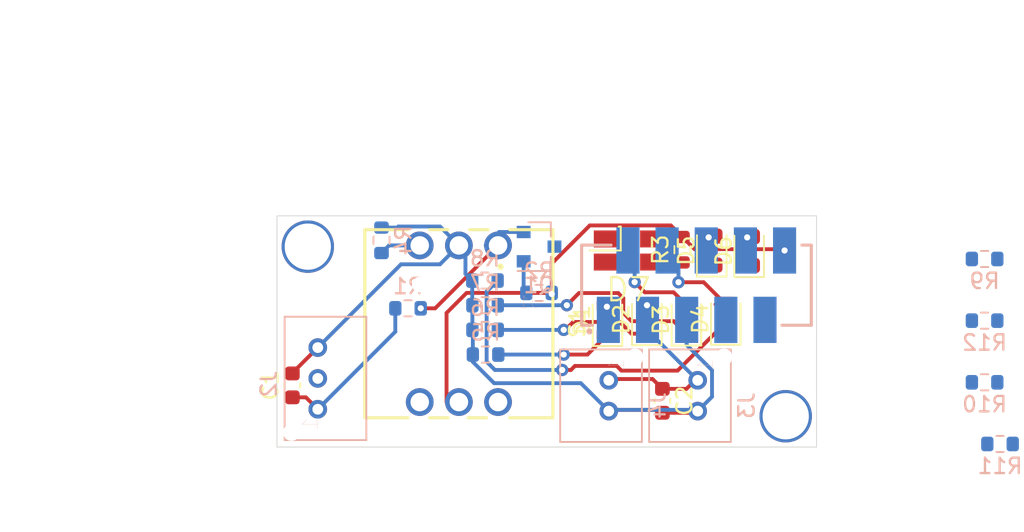
<source format=kicad_pcb>
(kicad_pcb (version 20171130) (host pcbnew "(5.1.8)-1")

  (general
    (thickness 1.6)
    (drawings 12)
    (tracks 120)
    (zones 0)
    (modules 27)
    (nets 24)
  )

  (page A4)
  (layers
    (0 F.Cu signal)
    (31 B.Cu signal)
    (32 B.Adhes user)
    (33 F.Adhes user)
    (34 B.Paste user)
    (35 F.Paste user)
    (36 B.SilkS user)
    (37 F.SilkS user)
    (38 B.Mask user)
    (39 F.Mask user)
    (40 Dwgs.User user)
    (41 Cmts.User user)
    (42 Eco1.User user)
    (43 Eco2.User user)
    (44 Edge.Cuts user)
    (45 Margin user)
    (46 B.CrtYd user)
    (47 F.CrtYd user)
    (48 B.Fab user)
    (49 F.Fab user)
  )

  (setup
    (last_trace_width 0.25)
    (trace_clearance 0.2)
    (zone_clearance 0.508)
    (zone_45_only no)
    (trace_min 0.2)
    (via_size 0.8)
    (via_drill 0.4)
    (via_min_size 0.4)
    (via_min_drill 0.3)
    (uvia_size 0.3)
    (uvia_drill 0.1)
    (uvias_allowed no)
    (uvia_min_size 0.2)
    (uvia_min_drill 0.1)
    (edge_width 0.05)
    (segment_width 0.2)
    (pcb_text_width 0.3)
    (pcb_text_size 1.5 1.5)
    (mod_edge_width 0.12)
    (mod_text_size 1 1)
    (mod_text_width 0.15)
    (pad_size 1.524 1.524)
    (pad_drill 0.762)
    (pad_to_mask_clearance 0)
    (aux_axis_origin 0 0)
    (visible_elements 7FFFFFFF)
    (pcbplotparams
      (layerselection 0x010fc_ffffffff)
      (usegerberextensions false)
      (usegerberattributes true)
      (usegerberadvancedattributes true)
      (creategerberjobfile true)
      (excludeedgelayer true)
      (linewidth 0.100000)
      (plotframeref false)
      (viasonmask false)
      (mode 1)
      (useauxorigin false)
      (hpglpennumber 1)
      (hpglpenspeed 20)
      (hpglpendiameter 15.000000)
      (psnegative false)
      (psa4output false)
      (plotreference true)
      (plotvalue true)
      (plotinvisibletext false)
      (padsonsilk false)
      (subtractmaskfromsilk false)
      (outputformat 1)
      (mirror false)
      (drillshape 1)
      (scaleselection 1)
      (outputdirectory ""))
  )

  (net 0 "")
  (net 1 +3V3)
  (net 2 GND)
  (net 3 +BATT)
  (net 4 "Net-(D1-Pad1)")
  (net 5 +12V)
  (net 6 "Net-(D2-Pad1)")
  (net 7 "Net-(D3-Pad1)")
  (net 8 +5V)
  (net 9 "Net-(D4-Pad1)")
  (net 10 "Net-(D5-Pad1)")
  (net 11 /TIR)
  (net 12 /BAU)
  (net 13 "Net-(D6-Pad1)")
  (net 14 /LGRE)
  (net 15 "Net-(D7-Pad3)")
  (net 16 "Net-(D7-Pad1)")
  (net 17 /LRED)
  (net 18 /~RST)
  (net 19 "Net-(Q1-Pad1)")
  (net 20 "Net-(Q1-Pad2)")
  (net 21 "Net-(R4-Pad1)")
  (net 22 "Net-(S1-Pad4)")
  (net 23 "Net-(S1-Pad3)")

  (net_class Default "This is the default net class."
    (clearance 0.2)
    (trace_width 0.25)
    (via_dia 0.8)
    (via_drill 0.4)
    (uvia_dia 0.3)
    (uvia_drill 0.1)
    (add_net +12V)
    (add_net +3V3)
    (add_net +5V)
    (add_net +BATT)
    (add_net /BAU)
    (add_net /LGRE)
    (add_net /LRED)
    (add_net /TIR)
    (add_net /~RST)
    (add_net GND)
    (add_net "Net-(D1-Pad1)")
    (add_net "Net-(D2-Pad1)")
    (add_net "Net-(D3-Pad1)")
    (add_net "Net-(D4-Pad1)")
    (add_net "Net-(D5-Pad1)")
    (add_net "Net-(D6-Pad1)")
    (add_net "Net-(D7-Pad1)")
    (add_net "Net-(D7-Pad3)")
    (add_net "Net-(Q1-Pad1)")
    (add_net "Net-(Q1-Pad2)")
    (add_net "Net-(R4-Pad1)")
    (add_net "Net-(S1-Pad3)")
    (add_net "Net-(S1-Pad4)")
  )

  (module Resistor_SMD:R_0603_1608Metric placed (layer B.Cu) (tedit 5F68FEEE) (tstamp 5FE9EB0D)
    (at 87.49 81.2 180)
    (descr "Resistor SMD 0603 (1608 Metric), square (rectangular) end terminal, IPC_7351 nominal, (Body size source: IPC-SM-782 page 72, https://www.pcb-3d.com/wordpress/wp-content/uploads/ipc-sm-782a_amendment_1_and_2.pdf), generated with kicad-footprint-generator")
    (tags resistor)
    (path /5FE5C1A0)
    (attr smd)
    (fp_text reference R8 (at 0 1.43) (layer B.SilkS)
      (effects (font (size 1 1) (thickness 0.15)) (justify mirror))
    )
    (fp_text value 68 (at 0 -1.43) (layer B.Fab)
      (effects (font (size 1 1) (thickness 0.15)) (justify mirror))
    )
    (fp_line (start 1.48 -0.73) (end -1.48 -0.73) (layer B.CrtYd) (width 0.05))
    (fp_line (start 1.48 0.73) (end 1.48 -0.73) (layer B.CrtYd) (width 0.05))
    (fp_line (start -1.48 0.73) (end 1.48 0.73) (layer B.CrtYd) (width 0.05))
    (fp_line (start -1.48 -0.73) (end -1.48 0.73) (layer B.CrtYd) (width 0.05))
    (fp_line (start -0.237258 -0.5225) (end 0.237258 -0.5225) (layer B.SilkS) (width 0.12))
    (fp_line (start -0.237258 0.5225) (end 0.237258 0.5225) (layer B.SilkS) (width 0.12))
    (fp_line (start 0.8 -0.4125) (end -0.8 -0.4125) (layer B.Fab) (width 0.1))
    (fp_line (start 0.8 0.4125) (end 0.8 -0.4125) (layer B.Fab) (width 0.1))
    (fp_line (start -0.8 0.4125) (end 0.8 0.4125) (layer B.Fab) (width 0.1))
    (fp_line (start -0.8 -0.4125) (end -0.8 0.4125) (layer B.Fab) (width 0.1))
    (fp_text user %R (at 0 0) (layer B.Fab)
      (effects (font (size 0.4 0.4) (thickness 0.06)) (justify mirror))
    )
    (pad 1 smd roundrect (at -0.825 0 180) (size 0.8 0.95) (layers B.Cu B.Paste B.Mask) (roundrect_rratio 0.25)
      (net 9 "Net-(D4-Pad1)"))
    (pad 2 smd roundrect (at 0.825 0 180) (size 0.8 0.95) (layers B.Cu B.Paste B.Mask) (roundrect_rratio 0.25)
      (net 2 GND))
    (model ${KISYS3DMOD}/Resistor_SMD.3dshapes/R_0603_1608Metric.wrl
      (at (xyz 0 0 0))
      (scale (xyz 1 1 1))
      (rotate (xyz 0 0 0))
    )
  )

  (module ConnectorsEvo:B02B-PASK (layer B.Cu) (tedit 5F2E1633) (tstamp 5FEB33AB)
    (at 95.520621 88.667643 90)
    (path /5FEB7238)
    (fp_text reference J4 (at -0.635 3.175 90) (layer B.SilkS)
      (effects (font (size 1 1) (thickness 0.15)) (justify mirror))
    )
    (fp_text value Conn_01x02_Male (at 1.905 -4.445 90) (layer B.Fab)
      (effects (font (size 1 1) (thickness 0.15)) (justify mirror))
    )
    (fp_line (start -3 -3.15) (end -3 2.15) (layer B.SilkS) (width 0.12))
    (fp_line (start 3 -3.15) (end -3 -3.15) (layer B.SilkS) (width 0.12))
    (fp_line (start 3 2.15) (end 3 -3.15) (layer B.SilkS) (width 0.12))
    (fp_line (start 3 2.15) (end -3 2.15) (layer B.Fab) (width 0.127))
    (fp_line (start -3 -3.15) (end 3 -3.15) (layer B.Fab) (width 0.127))
    (fp_line (start 3 2.15) (end 3 -3.15) (layer B.Fab) (width 0.127))
    (fp_line (start -3 -3.15) (end -3 2.15) (layer B.Fab) (width 0.127))
    (fp_line (start -3 2.15) (end 3 2.15) (layer B.SilkS) (width 0.12))
    (fp_text user 1 (at 1.968 0.5 90) (layer B.SilkS)
      (effects (font (size 1 1) (thickness 0.015)) (justify mirror))
    )
    (pad 1 thru_hole circle (at 1 0 90) (size 1.208 1.208) (drill 0.7) (layers *.Cu *.Mask F.Adhes)
      (net 5 +12V))
    (pad 2 thru_hole circle (at -1 0 90) (size 1.208 1.208) (drill 0.7) (layers *.Cu *.Mask)
      (net 2 GND))
    (pad None np_thru_hole circle (at 2.5 1.7 90) (size 1.1 1.1) (drill 1.1) (layers *.Cu *.Mask))
    (model ${LIBELEC}/3D/B02B-PASK-1.stp
      (offset (xyz 0 0 4))
      (scale (xyz 1 1 1))
      (rotate (xyz -90 0 0))
    )
  )

  (module ConnectorsEvo:B02B-PASK (layer B.Cu) (tedit 5F2E1633) (tstamp 5FEB339B)
    (at 101.289172 88.667643 90)
    (path /5FEB43D6)
    (fp_text reference J3 (at -0.635 3.175 90) (layer B.SilkS)
      (effects (font (size 1 1) (thickness 0.15)) (justify mirror))
    )
    (fp_text value Conn_01x02_Male (at 1.905 -4.445 90) (layer B.Fab)
      (effects (font (size 1 1) (thickness 0.15)) (justify mirror))
    )
    (fp_line (start -3 -3.15) (end -3 2.15) (layer B.SilkS) (width 0.12))
    (fp_line (start 3 -3.15) (end -3 -3.15) (layer B.SilkS) (width 0.12))
    (fp_line (start 3 2.15) (end 3 -3.15) (layer B.SilkS) (width 0.12))
    (fp_line (start 3 2.15) (end -3 2.15) (layer B.Fab) (width 0.127))
    (fp_line (start -3 -3.15) (end 3 -3.15) (layer B.Fab) (width 0.127))
    (fp_line (start 3 2.15) (end 3 -3.15) (layer B.Fab) (width 0.127))
    (fp_line (start -3 -3.15) (end -3 2.15) (layer B.Fab) (width 0.127))
    (fp_line (start -3 2.15) (end 3 2.15) (layer B.SilkS) (width 0.12))
    (fp_text user 1 (at 1.968 0.5 90) (layer B.SilkS)
      (effects (font (size 1 1) (thickness 0.015)) (justify mirror))
    )
    (pad 1 thru_hole circle (at 1 0 90) (size 1.208 1.208) (drill 0.7) (layers *.Cu *.Mask F.Adhes)
      (net 5 +12V))
    (pad 2 thru_hole circle (at -1 0 90) (size 1.208 1.208) (drill 0.7) (layers *.Cu *.Mask)
      (net 2 GND))
    (pad None np_thru_hole circle (at 2.5 1.7 90) (size 1.1 1.1) (drill 1.1) (layers *.Cu *.Mask))
    (model ${LIBELEC}/3D/B02B-PASK-1.stp
      (offset (xyz 0 0 4))
      (scale (xyz 1 1 1))
      (rotate (xyz -90 0 0))
    )
  )

  (module Capacitor_SMD:C_0603_1608Metric placed (layer F.Cu) (tedit 5F68FEEE) (tstamp 5FEB3243)
    (at 99 89 270)
    (descr "Capacitor SMD 0603 (1608 Metric), square (rectangular) end terminal, IPC_7351 nominal, (Body size source: IPC-SM-782 page 76, https://www.pcb-3d.com/wordpress/wp-content/uploads/ipc-sm-782a_amendment_1_and_2.pdf), generated with kicad-footprint-generator")
    (tags capacitor)
    (path /5FEB15C1)
    (attr smd)
    (fp_text reference C2 (at 0 -1.43 90) (layer F.SilkS)
      (effects (font (size 1 1) (thickness 0.15)))
    )
    (fp_text value 4.7uF (at 0 1.43 90) (layer F.Fab)
      (effects (font (size 1 1) (thickness 0.15)))
    )
    (fp_line (start 1.48 0.73) (end -1.48 0.73) (layer F.CrtYd) (width 0.05))
    (fp_line (start 1.48 -0.73) (end 1.48 0.73) (layer F.CrtYd) (width 0.05))
    (fp_line (start -1.48 -0.73) (end 1.48 -0.73) (layer F.CrtYd) (width 0.05))
    (fp_line (start -1.48 0.73) (end -1.48 -0.73) (layer F.CrtYd) (width 0.05))
    (fp_line (start -0.14058 0.51) (end 0.14058 0.51) (layer F.SilkS) (width 0.12))
    (fp_line (start -0.14058 -0.51) (end 0.14058 -0.51) (layer F.SilkS) (width 0.12))
    (fp_line (start 0.8 0.4) (end -0.8 0.4) (layer F.Fab) (width 0.1))
    (fp_line (start 0.8 -0.4) (end 0.8 0.4) (layer F.Fab) (width 0.1))
    (fp_line (start -0.8 -0.4) (end 0.8 -0.4) (layer F.Fab) (width 0.1))
    (fp_line (start -0.8 0.4) (end -0.8 -0.4) (layer F.Fab) (width 0.1))
    (fp_text user %R (at 0 0 90) (layer F.Fab)
      (effects (font (size 0.4 0.4) (thickness 0.06)))
    )
    (pad 2 smd roundrect (at 0.775 0 270) (size 0.9 0.95) (layers F.Cu F.Paste F.Mask) (roundrect_rratio 0.25)
      (net 2 GND))
    (pad 1 smd roundrect (at -0.775 0 270) (size 0.9 0.95) (layers F.Cu F.Paste F.Mask) (roundrect_rratio 0.25)
      (net 5 +12V))
    (model ${KISYS3DMOD}/Capacitor_SMD.3dshapes/C_0603_1608Metric.wrl
      (at (xyz 0 0 0))
      (scale (xyz 1 1 1))
      (rotate (xyz 0 0 0))
    )
  )

  (module ConnectorsEvo:B03B-PASK (layer B.Cu) (tedit 5F2E163B) (tstamp 5FE9EA70)
    (at 76.646961 87.546964 270)
    (path /5FEF9AEA)
    (fp_text reference J2 (at 0.365 3.175 90) (layer B.SilkS)
      (effects (font (size 1 1) (thickness 0.15)) (justify mirror))
    )
    (fp_text value Conn_01x03_Male (at 0 -4.445 90) (layer B.Fab)
      (effects (font (size 1 1) (thickness 0.15)) (justify mirror))
    )
    (fp_line (start -4 2.15) (end 4 2.15) (layer B.SilkS) (width 0.12))
    (fp_line (start -4 -3.15) (end -4 2.15) (layer B.SilkS) (width 0.12))
    (fp_line (start 4 -3.15) (end -4 -3.15) (layer B.SilkS) (width 0.12))
    (fp_line (start 4 2.15) (end 4 -3.15) (layer B.SilkS) (width 0.12))
    (fp_line (start -4 -3.15) (end -4 2.15) (layer B.Fab) (width 0.127))
    (fp_line (start 4 2.15) (end 4 -3.15) (layer B.Fab) (width 0.127))
    (fp_line (start -4 -3.15) (end 4 -3.15) (layer B.Fab) (width 0.127))
    (fp_line (start 4 2.15) (end -4 2.15) (layer B.Fab) (width 0.127))
    (fp_text user 1 (at 2.968 0.5 90) (layer B.SilkS)
      (effects (font (size 1 1) (thickness 0.015)) (justify mirror))
    )
    (pad None np_thru_hole circle (at 3.5 1.7 270) (size 1.1 1.1) (drill 1.1) (layers *.Cu *.Mask))
    (pad 3 thru_hole circle (at -2 0 270) (size 1.208 1.208) (drill 0.7) (layers *.Cu *.Mask)
      (net 2 GND))
    (pad 2 thru_hole circle (at 0 0 270) (size 1.208 1.208) (drill 0.7) (layers *.Cu *.Mask)
      (net 11 /TIR))
    (pad 1 thru_hole circle (at 2 0 270) (size 1.208 1.208) (drill 0.7) (layers *.Cu *.Mask)
      (net 1 +3V3))
    (model ${LIBELEC}/3D/B03B-PASK-1.stp
      (offset (xyz 0 0 4))
      (scale (xyz 1 1 1))
      (rotate (xyz -90 0 0))
    )
  )

  (module Capacitor_SMD:C_0603_1608Metric placed (layer F.Cu) (tedit 5F68FEEE) (tstamp 5FEB3903)
    (at 75 88 90)
    (descr "Capacitor SMD 0603 (1608 Metric), square (rectangular) end terminal, IPC_7351 nominal, (Body size source: IPC-SM-782 page 76, https://www.pcb-3d.com/wordpress/wp-content/uploads/ipc-sm-782a_amendment_1_and_2.pdf), generated with kicad-footprint-generator")
    (tags capacitor)
    (path /5FF01A6E)
    (attr smd)
    (fp_text reference C1 (at 0 -1.43 270) (layer F.SilkS)
      (effects (font (size 1 1) (thickness 0.15)))
    )
    (fp_text value 100nF (at 0 1.43 270) (layer F.Fab)
      (effects (font (size 1 1) (thickness 0.15)))
    )
    (fp_line (start 1.48 0.73) (end -1.48 0.73) (layer F.CrtYd) (width 0.05))
    (fp_line (start 1.48 -0.73) (end 1.48 0.73) (layer F.CrtYd) (width 0.05))
    (fp_line (start -1.48 -0.73) (end 1.48 -0.73) (layer F.CrtYd) (width 0.05))
    (fp_line (start -1.48 0.73) (end -1.48 -0.73) (layer F.CrtYd) (width 0.05))
    (fp_line (start -0.14058 0.51) (end 0.14058 0.51) (layer F.SilkS) (width 0.12))
    (fp_line (start -0.14058 -0.51) (end 0.14058 -0.51) (layer F.SilkS) (width 0.12))
    (fp_line (start 0.8 0.4) (end -0.8 0.4) (layer F.Fab) (width 0.1))
    (fp_line (start 0.8 -0.4) (end 0.8 0.4) (layer F.Fab) (width 0.1))
    (fp_line (start -0.8 -0.4) (end 0.8 -0.4) (layer F.Fab) (width 0.1))
    (fp_line (start -0.8 0.4) (end -0.8 -0.4) (layer F.Fab) (width 0.1))
    (fp_text user %R (at 0 0 270) (layer F.Fab)
      (effects (font (size 0.4 0.4) (thickness 0.06)))
    )
    (pad 1 smd roundrect (at -0.775 0 90) (size 0.9 0.95) (layers F.Cu F.Paste F.Mask) (roundrect_rratio 0.25)
      (net 1 +3V3))
    (pad 2 smd roundrect (at 0.775 0 90) (size 0.9 0.95) (layers F.Cu F.Paste F.Mask) (roundrect_rratio 0.25)
      (net 2 GND))
    (model ${KISYS3DMOD}/Capacitor_SMD.3dshapes/C_0603_1608Metric.wrl
      (at (xyz 0 0 0))
      (scale (xyz 1 1 1))
      (rotate (xyz 0 0 0))
    )
  )

  (module LED_SMD:LED_0805_2012Metric (layer F.Cu) (tedit 5F68FEF1) (tstamp 5FE9E9D6)
    (at 95.44 83.76 90)
    (descr "LED SMD 0805 (2012 Metric), square (rectangular) end terminal, IPC_7351 nominal, (Body size source: https://docs.google.com/spreadsheets/d/1BsfQQcO9C6DZCsRaXUlFlo91Tg2WpOkGARC1WS5S8t0/edit?usp=sharing), generated with kicad-footprint-generator")
    (tags LED)
    (path /5FE530E9)
    (attr smd)
    (fp_text reference D1 (at 0 -1.65 90) (layer F.SilkS)
      (effects (font (size 1 1) (thickness 0.15)))
    )
    (fp_text value RED (at 0 1.65 90) (layer F.Fab)
      (effects (font (size 1 1) (thickness 0.15)))
    )
    (fp_line (start 1 -0.6) (end -0.7 -0.6) (layer F.Fab) (width 0.1))
    (fp_line (start -0.7 -0.6) (end -1 -0.3) (layer F.Fab) (width 0.1))
    (fp_line (start -1 -0.3) (end -1 0.6) (layer F.Fab) (width 0.1))
    (fp_line (start -1 0.6) (end 1 0.6) (layer F.Fab) (width 0.1))
    (fp_line (start 1 0.6) (end 1 -0.6) (layer F.Fab) (width 0.1))
    (fp_line (start 1 -0.96) (end -1.685 -0.96) (layer F.SilkS) (width 0.12))
    (fp_line (start -1.685 -0.96) (end -1.685 0.96) (layer F.SilkS) (width 0.12))
    (fp_line (start -1.685 0.96) (end 1 0.96) (layer F.SilkS) (width 0.12))
    (fp_line (start -1.68 0.95) (end -1.68 -0.95) (layer F.CrtYd) (width 0.05))
    (fp_line (start -1.68 -0.95) (end 1.68 -0.95) (layer F.CrtYd) (width 0.05))
    (fp_line (start 1.68 -0.95) (end 1.68 0.95) (layer F.CrtYd) (width 0.05))
    (fp_line (start 1.68 0.95) (end -1.68 0.95) (layer F.CrtYd) (width 0.05))
    (fp_text user %R (at 0 0 90) (layer F.Fab)
      (effects (font (size 0.5 0.5) (thickness 0.08)))
    )
    (pad 2 smd roundrect (at 0.9375 0 90) (size 0.975 1.4) (layers F.Cu F.Paste F.Mask) (roundrect_rratio 0.25)
      (net 3 +BATT))
    (pad 1 smd roundrect (at -0.9375 0 90) (size 0.975 1.4) (layers F.Cu F.Paste F.Mask) (roundrect_rratio 0.25)
      (net 4 "Net-(D1-Pad1)"))
    (model ${KISYS3DMOD}/LED_SMD.3dshapes/LED_0805_2012Metric.wrl
      (at (xyz 0 0 0))
      (scale (xyz 1 1 1))
      (rotate (xyz 0 0 0))
    )
  )

  (module LED_SMD:LED_0805_2012Metric (layer F.Cu) (tedit 5F68FEF1) (tstamp 5FE9E9E9)
    (at 97.99 83.71 90)
    (descr "LED SMD 0805 (2012 Metric), square (rectangular) end terminal, IPC_7351 nominal, (Body size source: https://docs.google.com/spreadsheets/d/1BsfQQcO9C6DZCsRaXUlFlo91Tg2WpOkGARC1WS5S8t0/edit?usp=sharing), generated with kicad-footprint-generator")
    (tags LED)
    (path /5FE5A961)
    (attr smd)
    (fp_text reference D2 (at 0 -1.65 90) (layer F.SilkS)
      (effects (font (size 1 1) (thickness 0.15)))
    )
    (fp_text value RED (at 0 1.65 90) (layer F.Fab)
      (effects (font (size 1 1) (thickness 0.15)))
    )
    (fp_line (start 1 -0.6) (end -0.7 -0.6) (layer F.Fab) (width 0.1))
    (fp_line (start -0.7 -0.6) (end -1 -0.3) (layer F.Fab) (width 0.1))
    (fp_line (start -1 -0.3) (end -1 0.6) (layer F.Fab) (width 0.1))
    (fp_line (start -1 0.6) (end 1 0.6) (layer F.Fab) (width 0.1))
    (fp_line (start 1 0.6) (end 1 -0.6) (layer F.Fab) (width 0.1))
    (fp_line (start 1 -0.96) (end -1.685 -0.96) (layer F.SilkS) (width 0.12))
    (fp_line (start -1.685 -0.96) (end -1.685 0.96) (layer F.SilkS) (width 0.12))
    (fp_line (start -1.685 0.96) (end 1 0.96) (layer F.SilkS) (width 0.12))
    (fp_line (start -1.68 0.95) (end -1.68 -0.95) (layer F.CrtYd) (width 0.05))
    (fp_line (start -1.68 -0.95) (end 1.68 -0.95) (layer F.CrtYd) (width 0.05))
    (fp_line (start 1.68 -0.95) (end 1.68 0.95) (layer F.CrtYd) (width 0.05))
    (fp_line (start 1.68 0.95) (end -1.68 0.95) (layer F.CrtYd) (width 0.05))
    (fp_text user %R (at 0 0 90) (layer F.Fab)
      (effects (font (size 0.5 0.5) (thickness 0.08)))
    )
    (pad 2 smd roundrect (at 0.9375 0 90) (size 0.975 1.4) (layers F.Cu F.Paste F.Mask) (roundrect_rratio 0.25)
      (net 5 +12V))
    (pad 1 smd roundrect (at -0.9375 0 90) (size 0.975 1.4) (layers F.Cu F.Paste F.Mask) (roundrect_rratio 0.25)
      (net 6 "Net-(D2-Pad1)"))
    (model ${KISYS3DMOD}/LED_SMD.3dshapes/LED_0805_2012Metric.wrl
      (at (xyz 0 0 0))
      (scale (xyz 1 1 1))
      (rotate (xyz 0 0 0))
    )
  )

  (module LED_SMD:LED_0805_2012Metric (layer F.Cu) (tedit 5F68FEF1) (tstamp 5FE9E9FC)
    (at 100.56 83.73 90)
    (descr "LED SMD 0805 (2012 Metric), square (rectangular) end terminal, IPC_7351 nominal, (Body size source: https://docs.google.com/spreadsheets/d/1BsfQQcO9C6DZCsRaXUlFlo91Tg2WpOkGARC1WS5S8t0/edit?usp=sharing), generated with kicad-footprint-generator")
    (tags LED)
    (path /5FE5ACE3)
    (attr smd)
    (fp_text reference D3 (at 0 -1.65 90) (layer F.SilkS)
      (effects (font (size 1 1) (thickness 0.15)))
    )
    (fp_text value RED (at 0 1.65 90) (layer F.Fab)
      (effects (font (size 1 1) (thickness 0.15)))
    )
    (fp_line (start 1.68 0.95) (end -1.68 0.95) (layer F.CrtYd) (width 0.05))
    (fp_line (start 1.68 -0.95) (end 1.68 0.95) (layer F.CrtYd) (width 0.05))
    (fp_line (start -1.68 -0.95) (end 1.68 -0.95) (layer F.CrtYd) (width 0.05))
    (fp_line (start -1.68 0.95) (end -1.68 -0.95) (layer F.CrtYd) (width 0.05))
    (fp_line (start -1.685 0.96) (end 1 0.96) (layer F.SilkS) (width 0.12))
    (fp_line (start -1.685 -0.96) (end -1.685 0.96) (layer F.SilkS) (width 0.12))
    (fp_line (start 1 -0.96) (end -1.685 -0.96) (layer F.SilkS) (width 0.12))
    (fp_line (start 1 0.6) (end 1 -0.6) (layer F.Fab) (width 0.1))
    (fp_line (start -1 0.6) (end 1 0.6) (layer F.Fab) (width 0.1))
    (fp_line (start -1 -0.3) (end -1 0.6) (layer F.Fab) (width 0.1))
    (fp_line (start -0.7 -0.6) (end -1 -0.3) (layer F.Fab) (width 0.1))
    (fp_line (start 1 -0.6) (end -0.7 -0.6) (layer F.Fab) (width 0.1))
    (fp_text user %R (at 0 0 90) (layer F.Fab)
      (effects (font (size 0.5 0.5) (thickness 0.08)))
    )
    (pad 1 smd roundrect (at -0.9375 0 90) (size 0.975 1.4) (layers F.Cu F.Paste F.Mask) (roundrect_rratio 0.25)
      (net 7 "Net-(D3-Pad1)"))
    (pad 2 smd roundrect (at 0.9375 0 90) (size 0.975 1.4) (layers F.Cu F.Paste F.Mask) (roundrect_rratio 0.25)
      (net 8 +5V))
    (model ${KISYS3DMOD}/LED_SMD.3dshapes/LED_0805_2012Metric.wrl
      (at (xyz 0 0 0))
      (scale (xyz 1 1 1))
      (rotate (xyz 0 0 0))
    )
  )

  (module LED_SMD:LED_0805_2012Metric (layer F.Cu) (tedit 5F68FEF1) (tstamp 5FE9EA0F)
    (at 103.11 83.68 90)
    (descr "LED SMD 0805 (2012 Metric), square (rectangular) end terminal, IPC_7351 nominal, (Body size source: https://docs.google.com/spreadsheets/d/1BsfQQcO9C6DZCsRaXUlFlo91Tg2WpOkGARC1WS5S8t0/edit?usp=sharing), generated with kicad-footprint-generator")
    (tags LED)
    (path /5FE5C19A)
    (attr smd)
    (fp_text reference D4 (at 0 -1.65 90) (layer F.SilkS)
      (effects (font (size 1 1) (thickness 0.15)))
    )
    (fp_text value RED (at 0 1.65 90) (layer F.Fab)
      (effects (font (size 1 1) (thickness 0.15)))
    )
    (fp_line (start 1.68 0.95) (end -1.68 0.95) (layer F.CrtYd) (width 0.05))
    (fp_line (start 1.68 -0.95) (end 1.68 0.95) (layer F.CrtYd) (width 0.05))
    (fp_line (start -1.68 -0.95) (end 1.68 -0.95) (layer F.CrtYd) (width 0.05))
    (fp_line (start -1.68 0.95) (end -1.68 -0.95) (layer F.CrtYd) (width 0.05))
    (fp_line (start -1.685 0.96) (end 1 0.96) (layer F.SilkS) (width 0.12))
    (fp_line (start -1.685 -0.96) (end -1.685 0.96) (layer F.SilkS) (width 0.12))
    (fp_line (start 1 -0.96) (end -1.685 -0.96) (layer F.SilkS) (width 0.12))
    (fp_line (start 1 0.6) (end 1 -0.6) (layer F.Fab) (width 0.1))
    (fp_line (start -1 0.6) (end 1 0.6) (layer F.Fab) (width 0.1))
    (fp_line (start -1 -0.3) (end -1 0.6) (layer F.Fab) (width 0.1))
    (fp_line (start -0.7 -0.6) (end -1 -0.3) (layer F.Fab) (width 0.1))
    (fp_line (start 1 -0.6) (end -0.7 -0.6) (layer F.Fab) (width 0.1))
    (fp_text user %R (at 0 0 90) (layer F.Fab)
      (effects (font (size 0.5 0.5) (thickness 0.08)))
    )
    (pad 1 smd roundrect (at -0.9375 0 90) (size 0.975 1.4) (layers F.Cu F.Paste F.Mask) (roundrect_rratio 0.25)
      (net 9 "Net-(D4-Pad1)"))
    (pad 2 smd roundrect (at 0.9375 0 90) (size 0.975 1.4) (layers F.Cu F.Paste F.Mask) (roundrect_rratio 0.25)
      (net 1 +3V3))
    (model ${KISYS3DMOD}/LED_SMD.3dshapes/LED_0805_2012Metric.wrl
      (at (xyz 0 0 0))
      (scale (xyz 1 1 1))
      (rotate (xyz 0 0 0))
    )
  )

  (module LED_SMD:LED_0805_2012Metric (layer F.Cu) (tedit 5F68FEF1) (tstamp 5FE9EA22)
    (at 102.2 79.2575 90)
    (descr "LED SMD 0805 (2012 Metric), square (rectangular) end terminal, IPC_7351 nominal, (Body size source: https://docs.google.com/spreadsheets/d/1BsfQQcO9C6DZCsRaXUlFlo91Tg2WpOkGARC1WS5S8t0/edit?usp=sharing), generated with kicad-footprint-generator")
    (tags LED)
    (path /5FE60A00)
    (attr smd)
    (fp_text reference D5 (at 0 -1.65 90) (layer F.SilkS)
      (effects (font (size 1 1) (thickness 0.15)))
    )
    (fp_text value GREEN (at 0 1.65 90) (layer F.Fab)
      (effects (font (size 1 1) (thickness 0.15)))
    )
    (fp_line (start 1 -0.6) (end -0.7 -0.6) (layer F.Fab) (width 0.1))
    (fp_line (start -0.7 -0.6) (end -1 -0.3) (layer F.Fab) (width 0.1))
    (fp_line (start -1 -0.3) (end -1 0.6) (layer F.Fab) (width 0.1))
    (fp_line (start -1 0.6) (end 1 0.6) (layer F.Fab) (width 0.1))
    (fp_line (start 1 0.6) (end 1 -0.6) (layer F.Fab) (width 0.1))
    (fp_line (start 1 -0.96) (end -1.685 -0.96) (layer F.SilkS) (width 0.12))
    (fp_line (start -1.685 -0.96) (end -1.685 0.96) (layer F.SilkS) (width 0.12))
    (fp_line (start -1.685 0.96) (end 1 0.96) (layer F.SilkS) (width 0.12))
    (fp_line (start -1.68 0.95) (end -1.68 -0.95) (layer F.CrtYd) (width 0.05))
    (fp_line (start -1.68 -0.95) (end 1.68 -0.95) (layer F.CrtYd) (width 0.05))
    (fp_line (start 1.68 -0.95) (end 1.68 0.95) (layer F.CrtYd) (width 0.05))
    (fp_line (start 1.68 0.95) (end -1.68 0.95) (layer F.CrtYd) (width 0.05))
    (fp_text user %R (at 0 0 90) (layer F.Fab)
      (effects (font (size 0.5 0.5) (thickness 0.08)))
    )
    (pad 2 smd roundrect (at 0.9375 0 90) (size 0.975 1.4) (layers F.Cu F.Paste F.Mask) (roundrect_rratio 0.25)
      (net 11 /TIR))
    (pad 1 smd roundrect (at -0.9375 0 90) (size 0.975 1.4) (layers F.Cu F.Paste F.Mask) (roundrect_rratio 0.25)
      (net 10 "Net-(D5-Pad1)"))
    (model ${KISYS3DMOD}/LED_SMD.3dshapes/LED_0805_2012Metric.wrl
      (at (xyz 0 0 0))
      (scale (xyz 1 1 1))
      (rotate (xyz 0 0 0))
    )
  )

  (module LED_SMD:LED_0805_2012Metric (layer F.Cu) (tedit 5F68FEF1) (tstamp 5FE9EA35)
    (at 104.63 79.29 90)
    (descr "LED SMD 0805 (2012 Metric), square (rectangular) end terminal, IPC_7351 nominal, (Body size source: https://docs.google.com/spreadsheets/d/1BsfQQcO9C6DZCsRaXUlFlo91Tg2WpOkGARC1WS5S8t0/edit?usp=sharing), generated with kicad-footprint-generator")
    (tags LED)
    (path /5FE63061)
    (attr smd)
    (fp_text reference D6 (at 0 -1.65 90) (layer F.SilkS)
      (effects (font (size 1 1) (thickness 0.15)))
    )
    (fp_text value GREEN (at 0 1.65 90) (layer F.Fab)
      (effects (font (size 1 1) (thickness 0.15)))
    )
    (fp_line (start 1 -0.6) (end -0.7 -0.6) (layer F.Fab) (width 0.1))
    (fp_line (start -0.7 -0.6) (end -1 -0.3) (layer F.Fab) (width 0.1))
    (fp_line (start -1 -0.3) (end -1 0.6) (layer F.Fab) (width 0.1))
    (fp_line (start -1 0.6) (end 1 0.6) (layer F.Fab) (width 0.1))
    (fp_line (start 1 0.6) (end 1 -0.6) (layer F.Fab) (width 0.1))
    (fp_line (start 1 -0.96) (end -1.685 -0.96) (layer F.SilkS) (width 0.12))
    (fp_line (start -1.685 -0.96) (end -1.685 0.96) (layer F.SilkS) (width 0.12))
    (fp_line (start -1.685 0.96) (end 1 0.96) (layer F.SilkS) (width 0.12))
    (fp_line (start -1.68 0.95) (end -1.68 -0.95) (layer F.CrtYd) (width 0.05))
    (fp_line (start -1.68 -0.95) (end 1.68 -0.95) (layer F.CrtYd) (width 0.05))
    (fp_line (start 1.68 -0.95) (end 1.68 0.95) (layer F.CrtYd) (width 0.05))
    (fp_line (start 1.68 0.95) (end -1.68 0.95) (layer F.CrtYd) (width 0.05))
    (fp_text user %R (at 0 0 90) (layer F.Fab)
      (effects (font (size 0.5 0.5) (thickness 0.08)))
    )
    (pad 2 smd roundrect (at 0.9375 0 90) (size 0.975 1.4) (layers F.Cu F.Paste F.Mask) (roundrect_rratio 0.25)
      (net 12 /BAU))
    (pad 1 smd roundrect (at -0.9375 0 90) (size 0.975 1.4) (layers F.Cu F.Paste F.Mask) (roundrect_rratio 0.25)
      (net 13 "Net-(D6-Pad1)"))
    (model ${KISYS3DMOD}/LED_SMD.3dshapes/LED_0805_2012Metric.wrl
      (at (xyz 0 0 0))
      (scale (xyz 1 1 1))
      (rotate (xyz 0 0 0))
    )
  )

  (module ComponentsEvo:PLCC-4 (layer F.Cu) (tedit 5FE62D67) (tstamp 5FE9EA45)
    (at 96.8 79.25 180)
    (path /5FF04866)
    (fp_text reference D7 (at 0 -2.54) (layer F.SilkS)
      (effects (font (size 1.5 1.5) (thickness 0.15)))
    )
    (fp_text value LED_Dual_CACA (at 0 2.54) (layer F.Fab)
      (effects (font (size 1.5 1.5) (thickness 0.15)))
    )
    (fp_line (start -1.7 -1.5) (end -1.7 1.5) (layer F.Fab) (width 0.127))
    (fp_line (start -1.7 1.5) (end 1.7 1.5) (layer F.Fab) (width 0.127))
    (fp_line (start 1.7 1.5) (end 1.7 0) (layer F.Fab) (width 0.127))
    (fp_line (start 1.7 0) (end 1.7 -1.5) (layer F.Fab) (width 0.127))
    (fp_line (start 1.7 -1.5) (end -1.7 -1.5) (layer F.Fab) (width 0.127))
    (fp_line (start 0.635 1.55) (end 0.5 1.55) (layer F.SilkS) (width 0.127))
    (fp_line (start 0.5 1.55) (end 0.5 0) (layer F.SilkS) (width 0.127))
    (fp_line (start 0.5 0) (end 2.5 0) (layer F.SilkS) (width 0.127))
    (pad 4 smd rect (at 1.5 -0.75 180) (size 1.5 1.1) (layers F.Cu F.Paste F.Mask)
      (net 14 /LGRE))
    (pad 3 smd rect (at -1.5 -0.75 180) (size 1.5 1.1) (layers F.Cu F.Paste F.Mask)
      (net 15 "Net-(D7-Pad3)"))
    (pad 1 smd rect (at 1.5 0.75 180) (size 1.5 1.1) (layers F.Cu F.Paste F.Mask)
      (net 16 "Net-(D7-Pad1)"))
    (pad 2 smd rect (at -1.5 0.75 180) (size 1.5 1.1) (layers F.Cu F.Paste F.Mask)
      (net 17 /LRED))
    (model ${LIBELEC}/3D/PLCC-4-Led.STEP
      (at (xyz 0 0 0))
      (scale (xyz 1 1 1))
      (rotate (xyz 0 0 180))
    )
  )

  (module ConnectorsEvo:690367281076 (layer B.Cu) (tedit 5FAF1A59) (tstamp 5FE9EA5F)
    (at 101.21 81.5)
    (descr "<b>WR-MM</b><br> Female SMT Connector with Polarization, 10 pins")
    (path /5FE4C482)
    (fp_text reference J1 (at -10.915 1.108 180) (layer B.SilkS)
      (effects (font (size 0.8 0.8) (thickness 0.015)) (justify mirror))
    )
    (fp_text value MotherBoard (at -14.371 -1.092 180) (layer B.Fab)
      (effects (font (size 0.8 0.8) (thickness 0.015)) (justify mirror))
    )
    (fp_line (start 7.35 -2.5) (end 7.35 2.5) (layer B.Fab) (width 0.1))
    (fp_line (start -7.35 2.5) (end -7.35 -2.5) (layer B.Fab) (width 0.1))
    (fp_line (start -7.35 -2.5) (end 7.35 -2.5) (layer B.Fab) (width 0.1))
    (fp_line (start -7.35 2.5) (end 7.35 2.5) (layer B.Fab) (width 0.1))
    (fp_line (start -6.74 2.6) (end -7.45 2.6) (layer B.SilkS) (width 0.2))
    (fp_line (start -7.45 2.6) (end -7.45 -2.6) (layer B.SilkS) (width 0.2))
    (fp_line (start -7.45 -2.6) (end -5.54 -2.6) (layer B.SilkS) (width 0.2))
    (fp_line (start 5.54 2.6) (end 7.45 2.6) (layer B.SilkS) (width 0.2))
    (fp_line (start 7.45 2.6) (end 7.45 -2.6) (layer B.SilkS) (width 0.2))
    (fp_line (start 7.45 -2.6) (end 6.84 -2.6) (layer B.SilkS) (width 0.2))
    (fp_poly (pts (xy -7.65 3.95) (xy 7.65 3.95) (xy 7.65 -3.95) (xy -7.65 -3.95)) (layer B.CrtYd) (width 0.1))
    (fp_circle (center -6.94 3) (end -6.84 3) (layer B.SilkS) (width 0.2))
    (pad 9 smd rect (at 4.445 2.25) (size 1.5 3) (layers B.Cu B.Paste B.Mask)
      (net 14 /LGRE))
    (pad 7 smd rect (at 1.905 2.25) (size 1.5 3) (layers B.Cu B.Paste B.Mask)
      (net 17 /LRED))
    (pad 1 smd rect (at -5.715 2.25) (size 1.5 3) (layers B.Cu B.Paste B.Mask)
      (net 3 +BATT))
    (pad 3 smd rect (at -3.175 2.25) (size 1.5 3) (layers B.Cu B.Paste B.Mask)
      (net 5 +12V))
    (pad 5 smd rect (at -0.635 2.25) (size 1.5 3) (layers B.Cu B.Paste B.Mask)
      (net 2 GND))
    (pad 10 smd rect (at 5.715 -2.25) (size 1.5 3) (layers B.Cu B.Paste B.Mask)
      (net 18 /~RST))
    (pad 8 smd rect (at 3.175 -2.25) (size 1.5 3) (layers B.Cu B.Paste B.Mask)
      (net 12 /BAU))
    (pad 2 smd rect (at -4.445 -2.25) (size 1.5 3) (layers B.Cu B.Paste B.Mask)
      (net 8 +5V))
    (pad 4 smd rect (at -1.905 -2.25) (size 1.5 3) (layers B.Cu B.Paste B.Mask)
      (net 1 +3V3))
    (pad 6 smd rect (at 0.635 -2.25) (size 1.5 3) (layers B.Cu B.Paste B.Mask)
      (net 11 /TIR))
    (model "${LIBELEC}/3D/690367281076 (rev1).stp"
      (offset (xyz 0 0 2.5))
      (scale (xyz 1 1 1))
      (rotate (xyz 0 0 0))
    )
  )

  (module Package_TO_SOT_SMD:SOT-23 (layer B.Cu) (tedit 5A02FF57) (tstamp 5FE9EA85)
    (at 91 79)
    (descr "SOT-23, Standard")
    (tags SOT-23)
    (path /5FEB5F95)
    (attr smd)
    (fp_text reference Q1 (at 0 2.5) (layer B.SilkS)
      (effects (font (size 1 1) (thickness 0.15)) (justify mirror))
    )
    (fp_text value Q_PMOS_GSD (at 0 -2.5) (layer B.Fab)
      (effects (font (size 1 1) (thickness 0.15)) (justify mirror))
    )
    (fp_line (start 0.76 -1.58) (end -0.7 -1.58) (layer B.SilkS) (width 0.12))
    (fp_line (start 0.76 1.58) (end -1.4 1.58) (layer B.SilkS) (width 0.12))
    (fp_line (start -1.7 -1.75) (end -1.7 1.75) (layer B.CrtYd) (width 0.05))
    (fp_line (start 1.7 -1.75) (end -1.7 -1.75) (layer B.CrtYd) (width 0.05))
    (fp_line (start 1.7 1.75) (end 1.7 -1.75) (layer B.CrtYd) (width 0.05))
    (fp_line (start -1.7 1.75) (end 1.7 1.75) (layer B.CrtYd) (width 0.05))
    (fp_line (start 0.76 1.58) (end 0.76 0.65) (layer B.SilkS) (width 0.12))
    (fp_line (start 0.76 -1.58) (end 0.76 -0.65) (layer B.SilkS) (width 0.12))
    (fp_line (start -0.7 -1.52) (end 0.7 -1.52) (layer B.Fab) (width 0.1))
    (fp_line (start 0.7 1.52) (end 0.7 -1.52) (layer B.Fab) (width 0.1))
    (fp_line (start -0.7 0.95) (end -0.15 1.52) (layer B.Fab) (width 0.1))
    (fp_line (start -0.15 1.52) (end 0.7 1.52) (layer B.Fab) (width 0.1))
    (fp_line (start -0.7 0.95) (end -0.7 -1.5) (layer B.Fab) (width 0.1))
    (fp_text user %R (at 0 0 270) (layer B.Fab)
      (effects (font (size 0.5 0.5) (thickness 0.075)) (justify mirror))
    )
    (pad 1 smd rect (at -1 0.95) (size 0.9 0.8) (layers B.Cu B.Paste B.Mask)
      (net 19 "Net-(Q1-Pad1)"))
    (pad 2 smd rect (at -1 -0.95) (size 0.9 0.8) (layers B.Cu B.Paste B.Mask)
      (net 20 "Net-(Q1-Pad2)"))
    (pad 3 smd rect (at 1 0) (size 0.9 0.8) (layers B.Cu B.Paste B.Mask)
      (net 2 GND))
    (model ${KISYS3DMOD}/Package_TO_SOT_SMD.3dshapes/SOT-23.wrl
      (at (xyz 0 0 0))
      (scale (xyz 1 1 1))
      (rotate (xyz 0 0 0))
    )
  )

  (module Resistor_SMD:R_0603_1608Metric (layer B.Cu) (tedit 5F68FEEE) (tstamp 5FE9EA96)
    (at 82.5 83 180)
    (descr "Resistor SMD 0603 (1608 Metric), square (rectangular) end terminal, IPC_7351 nominal, (Body size source: IPC-SM-782 page 72, https://www.pcb-3d.com/wordpress/wp-content/uploads/ipc-sm-782a_amendment_1_and_2.pdf), generated with kicad-footprint-generator")
    (tags resistor)
    (path /5FEDAA4E)
    (attr smd)
    (fp_text reference R1 (at 0 1.43) (layer B.SilkS)
      (effects (font (size 1 1) (thickness 0.15)) (justify mirror))
    )
    (fp_text value 10K (at 0 -1.43) (layer B.Fab)
      (effects (font (size 1 1) (thickness 0.15)) (justify mirror))
    )
    (fp_line (start -0.8 -0.4125) (end -0.8 0.4125) (layer B.Fab) (width 0.1))
    (fp_line (start -0.8 0.4125) (end 0.8 0.4125) (layer B.Fab) (width 0.1))
    (fp_line (start 0.8 0.4125) (end 0.8 -0.4125) (layer B.Fab) (width 0.1))
    (fp_line (start 0.8 -0.4125) (end -0.8 -0.4125) (layer B.Fab) (width 0.1))
    (fp_line (start -0.237258 0.5225) (end 0.237258 0.5225) (layer B.SilkS) (width 0.12))
    (fp_line (start -0.237258 -0.5225) (end 0.237258 -0.5225) (layer B.SilkS) (width 0.12))
    (fp_line (start -1.48 -0.73) (end -1.48 0.73) (layer B.CrtYd) (width 0.05))
    (fp_line (start -1.48 0.73) (end 1.48 0.73) (layer B.CrtYd) (width 0.05))
    (fp_line (start 1.48 0.73) (end 1.48 -0.73) (layer B.CrtYd) (width 0.05))
    (fp_line (start 1.48 -0.73) (end -1.48 -0.73) (layer B.CrtYd) (width 0.05))
    (fp_text user %R (at 0 0) (layer B.Fab)
      (effects (font (size 0.4 0.4) (thickness 0.06)) (justify mirror))
    )
    (pad 2 smd roundrect (at 0.825 0 180) (size 0.8 0.95) (layers B.Cu B.Paste B.Mask) (roundrect_rratio 0.25)
      (net 1 +3V3))
    (pad 1 smd roundrect (at -0.825 0 180) (size 0.8 0.95) (layers B.Cu B.Paste B.Mask) (roundrect_rratio 0.25)
      (net 20 "Net-(Q1-Pad2)"))
    (model ${KISYS3DMOD}/Resistor_SMD.3dshapes/R_0603_1608Metric.wrl
      (at (xyz 0 0 0))
      (scale (xyz 1 1 1))
      (rotate (xyz 0 0 0))
    )
  )

  (module Resistor_SMD:R_0603_1608Metric (layer B.Cu) (tedit 5F68FEEE) (tstamp 5FE9EAA7)
    (at 91 82 180)
    (descr "Resistor SMD 0603 (1608 Metric), square (rectangular) end terminal, IPC_7351 nominal, (Body size source: IPC-SM-782 page 72, https://www.pcb-3d.com/wordpress/wp-content/uploads/ipc-sm-782a_amendment_1_and_2.pdf), generated with kicad-footprint-generator")
    (tags resistor)
    (path /5FEE2F65)
    (attr smd)
    (fp_text reference R2 (at 0 1.43) (layer B.SilkS)
      (effects (font (size 1 1) (thickness 0.15)) (justify mirror))
    )
    (fp_text value 10K (at 0 -1.43) (layer B.Fab)
      (effects (font (size 1 1) (thickness 0.15)) (justify mirror))
    )
    (fp_line (start 1.48 -0.73) (end -1.48 -0.73) (layer B.CrtYd) (width 0.05))
    (fp_line (start 1.48 0.73) (end 1.48 -0.73) (layer B.CrtYd) (width 0.05))
    (fp_line (start -1.48 0.73) (end 1.48 0.73) (layer B.CrtYd) (width 0.05))
    (fp_line (start -1.48 -0.73) (end -1.48 0.73) (layer B.CrtYd) (width 0.05))
    (fp_line (start -0.237258 -0.5225) (end 0.237258 -0.5225) (layer B.SilkS) (width 0.12))
    (fp_line (start -0.237258 0.5225) (end 0.237258 0.5225) (layer B.SilkS) (width 0.12))
    (fp_line (start 0.8 -0.4125) (end -0.8 -0.4125) (layer B.Fab) (width 0.1))
    (fp_line (start 0.8 0.4125) (end 0.8 -0.4125) (layer B.Fab) (width 0.1))
    (fp_line (start -0.8 0.4125) (end 0.8 0.4125) (layer B.Fab) (width 0.1))
    (fp_line (start -0.8 -0.4125) (end -0.8 0.4125) (layer B.Fab) (width 0.1))
    (fp_text user %R (at 0 0) (layer B.Fab)
      (effects (font (size 0.4 0.4) (thickness 0.06)) (justify mirror))
    )
    (pad 1 smd roundrect (at -0.825 0 180) (size 0.8 0.95) (layers B.Cu B.Paste B.Mask) (roundrect_rratio 0.25)
      (net 18 /~RST))
    (pad 2 smd roundrect (at 0.825 0 180) (size 0.8 0.95) (layers B.Cu B.Paste B.Mask) (roundrect_rratio 0.25)
      (net 19 "Net-(Q1-Pad1)"))
    (model ${KISYS3DMOD}/Resistor_SMD.3dshapes/R_0603_1608Metric.wrl
      (at (xyz 0 0 0))
      (scale (xyz 1 1 1))
      (rotate (xyz 0 0 0))
    )
  )

  (module Resistor_SMD:R_0603_1608Metric (layer F.Cu) (tedit 5F68FEEE) (tstamp 5FE9EAB8)
    (at 100.3 79.2 90)
    (descr "Resistor SMD 0603 (1608 Metric), square (rectangular) end terminal, IPC_7351 nominal, (Body size source: IPC-SM-782 page 72, https://www.pcb-3d.com/wordpress/wp-content/uploads/ipc-sm-782a_amendment_1_and_2.pdf), generated with kicad-footprint-generator")
    (tags resistor)
    (path /5FEBDD3E)
    (attr smd)
    (fp_text reference R3 (at 0 -1.43 270) (layer F.SilkS)
      (effects (font (size 1 1) (thickness 0.15)))
    )
    (fp_text value 10K (at 0 1.43 270) (layer F.Fab)
      (effects (font (size 1 1) (thickness 0.15)))
    )
    (fp_line (start 1.48 0.73) (end -1.48 0.73) (layer F.CrtYd) (width 0.05))
    (fp_line (start 1.48 -0.73) (end 1.48 0.73) (layer F.CrtYd) (width 0.05))
    (fp_line (start -1.48 -0.73) (end 1.48 -0.73) (layer F.CrtYd) (width 0.05))
    (fp_line (start -1.48 0.73) (end -1.48 -0.73) (layer F.CrtYd) (width 0.05))
    (fp_line (start -0.237258 0.5225) (end 0.237258 0.5225) (layer F.SilkS) (width 0.12))
    (fp_line (start -0.237258 -0.5225) (end 0.237258 -0.5225) (layer F.SilkS) (width 0.12))
    (fp_line (start 0.8 0.4125) (end -0.8 0.4125) (layer F.Fab) (width 0.1))
    (fp_line (start 0.8 -0.4125) (end 0.8 0.4125) (layer F.Fab) (width 0.1))
    (fp_line (start -0.8 -0.4125) (end 0.8 -0.4125) (layer F.Fab) (width 0.1))
    (fp_line (start -0.8 0.4125) (end -0.8 -0.4125) (layer F.Fab) (width 0.1))
    (fp_text user %R (at 0 0 270) (layer F.Fab)
      (effects (font (size 0.4 0.4) (thickness 0.06)))
    )
    (pad 1 smd roundrect (at -0.825 0 90) (size 0.8 0.95) (layers F.Cu F.Paste F.Mask) (roundrect_rratio 0.25)
      (net 1 +3V3))
    (pad 2 smd roundrect (at 0.825 0 90) (size 0.8 0.95) (layers F.Cu F.Paste F.Mask) (roundrect_rratio 0.25)
      (net 18 /~RST))
    (model ${KISYS3DMOD}/Resistor_SMD.3dshapes/R_0603_1608Metric.wrl
      (at (xyz 0 0 0))
      (scale (xyz 1 1 1))
      (rotate (xyz 0 0 0))
    )
  )

  (module Resistor_SMD:R_0603_1608Metric placed (layer B.Cu) (tedit 5F68FEEE) (tstamp 5FE9EAC9)
    (at 80.78 78.59 90)
    (descr "Resistor SMD 0603 (1608 Metric), square (rectangular) end terminal, IPC_7351 nominal, (Body size source: IPC-SM-782 page 72, https://www.pcb-3d.com/wordpress/wp-content/uploads/ipc-sm-782a_amendment_1_and_2.pdf), generated with kicad-footprint-generator")
    (tags resistor)
    (path /5FED043E)
    (attr smd)
    (fp_text reference R4 (at 0 1.43 90) (layer B.SilkS)
      (effects (font (size 1 1) (thickness 0.15)) (justify mirror))
    )
    (fp_text value 68 (at 0 -1.43 90) (layer B.Fab)
      (effects (font (size 1 1) (thickness 0.15)) (justify mirror))
    )
    (fp_line (start 1.48 -0.73) (end -1.48 -0.73) (layer B.CrtYd) (width 0.05))
    (fp_line (start 1.48 0.73) (end 1.48 -0.73) (layer B.CrtYd) (width 0.05))
    (fp_line (start -1.48 0.73) (end 1.48 0.73) (layer B.CrtYd) (width 0.05))
    (fp_line (start -1.48 -0.73) (end -1.48 0.73) (layer B.CrtYd) (width 0.05))
    (fp_line (start -0.237258 -0.5225) (end 0.237258 -0.5225) (layer B.SilkS) (width 0.12))
    (fp_line (start -0.237258 0.5225) (end 0.237258 0.5225) (layer B.SilkS) (width 0.12))
    (fp_line (start 0.8 -0.4125) (end -0.8 -0.4125) (layer B.Fab) (width 0.1))
    (fp_line (start 0.8 0.4125) (end 0.8 -0.4125) (layer B.Fab) (width 0.1))
    (fp_line (start -0.8 0.4125) (end 0.8 0.4125) (layer B.Fab) (width 0.1))
    (fp_line (start -0.8 -0.4125) (end -0.8 0.4125) (layer B.Fab) (width 0.1))
    (fp_text user %R (at 0 0 90) (layer B.Fab)
      (effects (font (size 0.4 0.4) (thickness 0.06)) (justify mirror))
    )
    (pad 1 smd roundrect (at -0.825 0 90) (size 0.8 0.95) (layers B.Cu B.Paste B.Mask) (roundrect_rratio 0.25)
      (net 21 "Net-(R4-Pad1)"))
    (pad 2 smd roundrect (at 0.825 0 90) (size 0.8 0.95) (layers B.Cu B.Paste B.Mask) (roundrect_rratio 0.25)
      (net 2 GND))
    (model ${KISYS3DMOD}/Resistor_SMD.3dshapes/R_0603_1608Metric.wrl
      (at (xyz 0 0 0))
      (scale (xyz 1 1 1))
      (rotate (xyz 0 0 0))
    )
  )

  (module Resistor_SMD:R_0603_1608Metric placed (layer B.Cu) (tedit 5F68FEEE) (tstamp 5FE9EADA)
    (at 87.53 86 180)
    (descr "Resistor SMD 0603 (1608 Metric), square (rectangular) end terminal, IPC_7351 nominal, (Body size source: IPC-SM-782 page 72, https://www.pcb-3d.com/wordpress/wp-content/uploads/ipc-sm-782a_amendment_1_and_2.pdf), generated with kicad-footprint-generator")
    (tags resistor)
    (path /5FE59679)
    (attr smd)
    (fp_text reference R5 (at 0 1.43) (layer B.SilkS)
      (effects (font (size 1 1) (thickness 0.15)) (justify mirror))
    )
    (fp_text value 820 (at 0 -1.43) (layer B.Fab)
      (effects (font (size 1 1) (thickness 0.15)) (justify mirror))
    )
    (fp_line (start -0.8 -0.4125) (end -0.8 0.4125) (layer B.Fab) (width 0.1))
    (fp_line (start -0.8 0.4125) (end 0.8 0.4125) (layer B.Fab) (width 0.1))
    (fp_line (start 0.8 0.4125) (end 0.8 -0.4125) (layer B.Fab) (width 0.1))
    (fp_line (start 0.8 -0.4125) (end -0.8 -0.4125) (layer B.Fab) (width 0.1))
    (fp_line (start -0.237258 0.5225) (end 0.237258 0.5225) (layer B.SilkS) (width 0.12))
    (fp_line (start -0.237258 -0.5225) (end 0.237258 -0.5225) (layer B.SilkS) (width 0.12))
    (fp_line (start -1.48 -0.73) (end -1.48 0.73) (layer B.CrtYd) (width 0.05))
    (fp_line (start -1.48 0.73) (end 1.48 0.73) (layer B.CrtYd) (width 0.05))
    (fp_line (start 1.48 0.73) (end 1.48 -0.73) (layer B.CrtYd) (width 0.05))
    (fp_line (start 1.48 -0.73) (end -1.48 -0.73) (layer B.CrtYd) (width 0.05))
    (fp_text user %R (at 0 0) (layer B.Fab)
      (effects (font (size 0.4 0.4) (thickness 0.06)) (justify mirror))
    )
    (pad 2 smd roundrect (at 0.825 0 180) (size 0.8 0.95) (layers B.Cu B.Paste B.Mask) (roundrect_rratio 0.25)
      (net 2 GND))
    (pad 1 smd roundrect (at -0.825 0 180) (size 0.8 0.95) (layers B.Cu B.Paste B.Mask) (roundrect_rratio 0.25)
      (net 4 "Net-(D1-Pad1)"))
    (model ${KISYS3DMOD}/Resistor_SMD.3dshapes/R_0603_1608Metric.wrl
      (at (xyz 0 0 0))
      (scale (xyz 1 1 1))
      (rotate (xyz 0 0 0))
    )
  )

  (module Resistor_SMD:R_0603_1608Metric placed (layer B.Cu) (tedit 5F68FEEE) (tstamp 5FE9EAEB)
    (at 87.5 84.4 180)
    (descr "Resistor SMD 0603 (1608 Metric), square (rectangular) end terminal, IPC_7351 nominal, (Body size source: IPC-SM-782 page 72, https://www.pcb-3d.com/wordpress/wp-content/uploads/ipc-sm-782a_amendment_1_and_2.pdf), generated with kicad-footprint-generator")
    (tags resistor)
    (path /5FE5A967)
    (attr smd)
    (fp_text reference R6 (at 0 1.43) (layer B.SilkS)
      (effects (font (size 1 1) (thickness 0.15)) (justify mirror))
    )
    (fp_text value 510 (at 0 -1.43) (layer B.Fab)
      (effects (font (size 1 1) (thickness 0.15)) (justify mirror))
    )
    (fp_line (start 1.48 -0.73) (end -1.48 -0.73) (layer B.CrtYd) (width 0.05))
    (fp_line (start 1.48 0.73) (end 1.48 -0.73) (layer B.CrtYd) (width 0.05))
    (fp_line (start -1.48 0.73) (end 1.48 0.73) (layer B.CrtYd) (width 0.05))
    (fp_line (start -1.48 -0.73) (end -1.48 0.73) (layer B.CrtYd) (width 0.05))
    (fp_line (start -0.237258 -0.5225) (end 0.237258 -0.5225) (layer B.SilkS) (width 0.12))
    (fp_line (start -0.237258 0.5225) (end 0.237258 0.5225) (layer B.SilkS) (width 0.12))
    (fp_line (start 0.8 -0.4125) (end -0.8 -0.4125) (layer B.Fab) (width 0.1))
    (fp_line (start 0.8 0.4125) (end 0.8 -0.4125) (layer B.Fab) (width 0.1))
    (fp_line (start -0.8 0.4125) (end 0.8 0.4125) (layer B.Fab) (width 0.1))
    (fp_line (start -0.8 -0.4125) (end -0.8 0.4125) (layer B.Fab) (width 0.1))
    (fp_text user %R (at 0 0) (layer B.Fab)
      (effects (font (size 0.4 0.4) (thickness 0.06)) (justify mirror))
    )
    (pad 1 smd roundrect (at -0.825 0 180) (size 0.8 0.95) (layers B.Cu B.Paste B.Mask) (roundrect_rratio 0.25)
      (net 6 "Net-(D2-Pad1)"))
    (pad 2 smd roundrect (at 0.825 0 180) (size 0.8 0.95) (layers B.Cu B.Paste B.Mask) (roundrect_rratio 0.25)
      (net 2 GND))
    (model ${KISYS3DMOD}/Resistor_SMD.3dshapes/R_0603_1608Metric.wrl
      (at (xyz 0 0 0))
      (scale (xyz 1 1 1))
      (rotate (xyz 0 0 0))
    )
  )

  (module Resistor_SMD:R_0603_1608Metric placed (layer B.Cu) (tedit 5F68FEEE) (tstamp 5FE9EAFC)
    (at 87.5 82.8 180)
    (descr "Resistor SMD 0603 (1608 Metric), square (rectangular) end terminal, IPC_7351 nominal, (Body size source: IPC-SM-782 page 72, https://www.pcb-3d.com/wordpress/wp-content/uploads/ipc-sm-782a_amendment_1_and_2.pdf), generated with kicad-footprint-generator")
    (tags resistor)
    (path /5FE5ACE9)
    (attr smd)
    (fp_text reference R7 (at 0 1.43) (layer B.SilkS)
      (effects (font (size 1 1) (thickness 0.15)) (justify mirror))
    )
    (fp_text value 150 (at 0 -1.43) (layer B.Fab)
      (effects (font (size 1 1) (thickness 0.15)) (justify mirror))
    )
    (fp_line (start -0.8 -0.4125) (end -0.8 0.4125) (layer B.Fab) (width 0.1))
    (fp_line (start -0.8 0.4125) (end 0.8 0.4125) (layer B.Fab) (width 0.1))
    (fp_line (start 0.8 0.4125) (end 0.8 -0.4125) (layer B.Fab) (width 0.1))
    (fp_line (start 0.8 -0.4125) (end -0.8 -0.4125) (layer B.Fab) (width 0.1))
    (fp_line (start -0.237258 0.5225) (end 0.237258 0.5225) (layer B.SilkS) (width 0.12))
    (fp_line (start -0.237258 -0.5225) (end 0.237258 -0.5225) (layer B.SilkS) (width 0.12))
    (fp_line (start -1.48 -0.73) (end -1.48 0.73) (layer B.CrtYd) (width 0.05))
    (fp_line (start -1.48 0.73) (end 1.48 0.73) (layer B.CrtYd) (width 0.05))
    (fp_line (start 1.48 0.73) (end 1.48 -0.73) (layer B.CrtYd) (width 0.05))
    (fp_line (start 1.48 -0.73) (end -1.48 -0.73) (layer B.CrtYd) (width 0.05))
    (fp_text user %R (at 0 0) (layer B.Fab)
      (effects (font (size 0.4 0.4) (thickness 0.06)) (justify mirror))
    )
    (pad 2 smd roundrect (at 0.825 0 180) (size 0.8 0.95) (layers B.Cu B.Paste B.Mask) (roundrect_rratio 0.25)
      (net 2 GND))
    (pad 1 smd roundrect (at -0.825 0 180) (size 0.8 0.95) (layers B.Cu B.Paste B.Mask) (roundrect_rratio 0.25)
      (net 7 "Net-(D3-Pad1)"))
    (model ${KISYS3DMOD}/Resistor_SMD.3dshapes/R_0603_1608Metric.wrl
      (at (xyz 0 0 0))
      (scale (xyz 1 1 1))
      (rotate (xyz 0 0 0))
    )
  )

  (module Resistor_SMD:R_0603_1608Metric placed (layer B.Cu) (tedit 5F68FEEE) (tstamp 5FE9EB1E)
    (at 119.9 79.8)
    (descr "Resistor SMD 0603 (1608 Metric), square (rectangular) end terminal, IPC_7351 nominal, (Body size source: IPC-SM-782 page 72, https://www.pcb-3d.com/wordpress/wp-content/uploads/ipc-sm-782a_amendment_1_and_2.pdf), generated with kicad-footprint-generator")
    (tags resistor)
    (path /5FE60A06)
    (attr smd)
    (fp_text reference R9 (at 0 1.43) (layer B.SilkS)
      (effects (font (size 1 1) (thickness 0.15)) (justify mirror))
    )
    (fp_text value 68 (at 0 -1.43) (layer B.Fab)
      (effects (font (size 1 1) (thickness 0.15)) (justify mirror))
    )
    (fp_line (start -0.8 -0.4125) (end -0.8 0.4125) (layer B.Fab) (width 0.1))
    (fp_line (start -0.8 0.4125) (end 0.8 0.4125) (layer B.Fab) (width 0.1))
    (fp_line (start 0.8 0.4125) (end 0.8 -0.4125) (layer B.Fab) (width 0.1))
    (fp_line (start 0.8 -0.4125) (end -0.8 -0.4125) (layer B.Fab) (width 0.1))
    (fp_line (start -0.237258 0.5225) (end 0.237258 0.5225) (layer B.SilkS) (width 0.12))
    (fp_line (start -0.237258 -0.5225) (end 0.237258 -0.5225) (layer B.SilkS) (width 0.12))
    (fp_line (start -1.48 -0.73) (end -1.48 0.73) (layer B.CrtYd) (width 0.05))
    (fp_line (start -1.48 0.73) (end 1.48 0.73) (layer B.CrtYd) (width 0.05))
    (fp_line (start 1.48 0.73) (end 1.48 -0.73) (layer B.CrtYd) (width 0.05))
    (fp_line (start 1.48 -0.73) (end -1.48 -0.73) (layer B.CrtYd) (width 0.05))
    (fp_text user %R (at 0 0) (layer B.Fab)
      (effects (font (size 0.4 0.4) (thickness 0.06)) (justify mirror))
    )
    (pad 2 smd roundrect (at 0.825 0) (size 0.8 0.95) (layers B.Cu B.Paste B.Mask) (roundrect_rratio 0.25)
      (net 2 GND))
    (pad 1 smd roundrect (at -0.825 0) (size 0.8 0.95) (layers B.Cu B.Paste B.Mask) (roundrect_rratio 0.25)
      (net 10 "Net-(D5-Pad1)"))
    (model ${KISYS3DMOD}/Resistor_SMD.3dshapes/R_0603_1608Metric.wrl
      (at (xyz 0 0 0))
      (scale (xyz 1 1 1))
      (rotate (xyz 0 0 0))
    )
  )

  (module Resistor_SMD:R_0603_1608Metric placed (layer B.Cu) (tedit 5F68FEEE) (tstamp 5FE9EB2F)
    (at 119.9 87.8)
    (descr "Resistor SMD 0603 (1608 Metric), square (rectangular) end terminal, IPC_7351 nominal, (Body size source: IPC-SM-782 page 72, https://www.pcb-3d.com/wordpress/wp-content/uploads/ipc-sm-782a_amendment_1_and_2.pdf), generated with kicad-footprint-generator")
    (tags resistor)
    (path /5FE63067)
    (attr smd)
    (fp_text reference R10 (at 0 1.43) (layer B.SilkS)
      (effects (font (size 1 1) (thickness 0.15)) (justify mirror))
    )
    (fp_text value 68 (at 0 -1.43) (layer B.Fab)
      (effects (font (size 1 1) (thickness 0.15)) (justify mirror))
    )
    (fp_line (start 1.48 -0.73) (end -1.48 -0.73) (layer B.CrtYd) (width 0.05))
    (fp_line (start 1.48 0.73) (end 1.48 -0.73) (layer B.CrtYd) (width 0.05))
    (fp_line (start -1.48 0.73) (end 1.48 0.73) (layer B.CrtYd) (width 0.05))
    (fp_line (start -1.48 -0.73) (end -1.48 0.73) (layer B.CrtYd) (width 0.05))
    (fp_line (start -0.237258 -0.5225) (end 0.237258 -0.5225) (layer B.SilkS) (width 0.12))
    (fp_line (start -0.237258 0.5225) (end 0.237258 0.5225) (layer B.SilkS) (width 0.12))
    (fp_line (start 0.8 -0.4125) (end -0.8 -0.4125) (layer B.Fab) (width 0.1))
    (fp_line (start 0.8 0.4125) (end 0.8 -0.4125) (layer B.Fab) (width 0.1))
    (fp_line (start -0.8 0.4125) (end 0.8 0.4125) (layer B.Fab) (width 0.1))
    (fp_line (start -0.8 -0.4125) (end -0.8 0.4125) (layer B.Fab) (width 0.1))
    (fp_text user %R (at 0 0) (layer B.Fab)
      (effects (font (size 0.4 0.4) (thickness 0.06)) (justify mirror))
    )
    (pad 1 smd roundrect (at -0.825 0) (size 0.8 0.95) (layers B.Cu B.Paste B.Mask) (roundrect_rratio 0.25)
      (net 13 "Net-(D6-Pad1)"))
    (pad 2 smd roundrect (at 0.825 0) (size 0.8 0.95) (layers B.Cu B.Paste B.Mask) (roundrect_rratio 0.25)
      (net 2 GND))
    (model ${KISYS3DMOD}/Resistor_SMD.3dshapes/R_0603_1608Metric.wrl
      (at (xyz 0 0 0))
      (scale (xyz 1 1 1))
      (rotate (xyz 0 0 0))
    )
  )

  (module Resistor_SMD:R_0603_1608Metric placed (layer B.Cu) (tedit 5F68FEEE) (tstamp 5FE9EB40)
    (at 120.9 91.8)
    (descr "Resistor SMD 0603 (1608 Metric), square (rectangular) end terminal, IPC_7351 nominal, (Body size source: IPC-SM-782 page 72, https://www.pcb-3d.com/wordpress/wp-content/uploads/ipc-sm-782a_amendment_1_and_2.pdf), generated with kicad-footprint-generator")
    (tags resistor)
    (path /5FE6E06B)
    (attr smd)
    (fp_text reference R11 (at 0 1.43) (layer B.SilkS)
      (effects (font (size 1 1) (thickness 0.15)) (justify mirror))
    )
    (fp_text value 100 (at 0 -1.43) (layer B.Fab)
      (effects (font (size 1 1) (thickness 0.15)) (justify mirror))
    )
    (fp_line (start 1.48 -0.73) (end -1.48 -0.73) (layer B.CrtYd) (width 0.05))
    (fp_line (start 1.48 0.73) (end 1.48 -0.73) (layer B.CrtYd) (width 0.05))
    (fp_line (start -1.48 0.73) (end 1.48 0.73) (layer B.CrtYd) (width 0.05))
    (fp_line (start -1.48 -0.73) (end -1.48 0.73) (layer B.CrtYd) (width 0.05))
    (fp_line (start -0.237258 -0.5225) (end 0.237258 -0.5225) (layer B.SilkS) (width 0.12))
    (fp_line (start -0.237258 0.5225) (end 0.237258 0.5225) (layer B.SilkS) (width 0.12))
    (fp_line (start 0.8 -0.4125) (end -0.8 -0.4125) (layer B.Fab) (width 0.1))
    (fp_line (start 0.8 0.4125) (end 0.8 -0.4125) (layer B.Fab) (width 0.1))
    (fp_line (start -0.8 0.4125) (end 0.8 0.4125) (layer B.Fab) (width 0.1))
    (fp_line (start -0.8 -0.4125) (end -0.8 0.4125) (layer B.Fab) (width 0.1))
    (fp_text user %R (at 0 0) (layer B.Fab)
      (effects (font (size 0.4 0.4) (thickness 0.06)) (justify mirror))
    )
    (pad 1 smd roundrect (at -0.825 0) (size 0.8 0.95) (layers B.Cu B.Paste B.Mask) (roundrect_rratio 0.25)
      (net 16 "Net-(D7-Pad1)"))
    (pad 2 smd roundrect (at 0.825 0) (size 0.8 0.95) (layers B.Cu B.Paste B.Mask) (roundrect_rratio 0.25)
      (net 2 GND))
    (model ${KISYS3DMOD}/Resistor_SMD.3dshapes/R_0603_1608Metric.wrl
      (at (xyz 0 0 0))
      (scale (xyz 1 1 1))
      (rotate (xyz 0 0 0))
    )
  )

  (module Resistor_SMD:R_0603_1608Metric placed (layer B.Cu) (tedit 5F68FEEE) (tstamp 5FE9EB51)
    (at 119.9 83.8)
    (descr "Resistor SMD 0603 (1608 Metric), square (rectangular) end terminal, IPC_7351 nominal, (Body size source: IPC-SM-782 page 72, https://www.pcb-3d.com/wordpress/wp-content/uploads/ipc-sm-782a_amendment_1_and_2.pdf), generated with kicad-footprint-generator")
    (tags resistor)
    (path /5FF06031)
    (attr smd)
    (fp_text reference R12 (at 0 1.43) (layer B.SilkS)
      (effects (font (size 1 1) (thickness 0.15)) (justify mirror))
    )
    (fp_text value 100 (at 0 -1.43) (layer B.Fab)
      (effects (font (size 1 1) (thickness 0.15)) (justify mirror))
    )
    (fp_line (start -0.8 -0.4125) (end -0.8 0.4125) (layer B.Fab) (width 0.1))
    (fp_line (start -0.8 0.4125) (end 0.8 0.4125) (layer B.Fab) (width 0.1))
    (fp_line (start 0.8 0.4125) (end 0.8 -0.4125) (layer B.Fab) (width 0.1))
    (fp_line (start 0.8 -0.4125) (end -0.8 -0.4125) (layer B.Fab) (width 0.1))
    (fp_line (start -0.237258 0.5225) (end 0.237258 0.5225) (layer B.SilkS) (width 0.12))
    (fp_line (start -0.237258 -0.5225) (end 0.237258 -0.5225) (layer B.SilkS) (width 0.12))
    (fp_line (start -1.48 -0.73) (end -1.48 0.73) (layer B.CrtYd) (width 0.05))
    (fp_line (start -1.48 0.73) (end 1.48 0.73) (layer B.CrtYd) (width 0.05))
    (fp_line (start 1.48 0.73) (end 1.48 -0.73) (layer B.CrtYd) (width 0.05))
    (fp_line (start 1.48 -0.73) (end -1.48 -0.73) (layer B.CrtYd) (width 0.05))
    (fp_text user %R (at 0 0) (layer B.Fab)
      (effects (font (size 0.4 0.4) (thickness 0.06)) (justify mirror))
    )
    (pad 2 smd roundrect (at 0.825 0) (size 0.8 0.95) (layers B.Cu B.Paste B.Mask) (roundrect_rratio 0.25)
      (net 2 GND))
    (pad 1 smd roundrect (at -0.825 0) (size 0.8 0.95) (layers B.Cu B.Paste B.Mask) (roundrect_rratio 0.25)
      (net 15 "Net-(D7-Pad3)"))
    (model ${KISYS3DMOD}/Resistor_SMD.3dshapes/R_0603_1608Metric.wrl
      (at (xyz 0 0 0))
      (scale (xyz 1 1 1))
      (rotate (xyz 0 0 0))
    )
  )

  (module ComponentsEvo:440YS67082622 (layer F.Cu) (tedit 5FE8B080) (tstamp 5FE9EB6D)
    (at 85.8 84 270)
    (descr "<B>WS-TATL</B> <BR>Illuminated THT Tact Switch 12 x 12 mm")
    (path /5FEB803E)
    (fp_text reference S1 (at -0.03 -7.685 90) (layer F.SilkS)
      (effects (font (size 1 1) (thickness 0.15)))
    )
    (fp_text value WS-TATL_Switch_12x12 (at 4.645 7.565 90) (layer F.Fab)
      (effects (font (size 1 1) (thickness 0.15)))
    )
    (fp_circle (center -3.7 -2.7) (end -3.6 -2.7) (layer F.SilkS) (width 0.2))
    (fp_poly (pts (xy -6.3 -6.3) (xy 6.3 -6.3) (xy 6.3 6.3) (xy -6.3 6.3)) (layer F.CrtYd) (width 0.1))
    (fp_line (start 6.1 1.9) (end 6.1 0.7) (layer F.SilkS) (width 0.2))
    (fp_line (start -6.1 0.7) (end -6.1 1.9) (layer F.SilkS) (width 0.2))
    (fp_line (start 6.1 -0.6) (end 6.1 -1.8) (layer F.SilkS) (width 0.2))
    (fp_line (start -6.1 -1.9) (end -6.1 -0.7) (layer F.SilkS) (width 0.2))
    (fp_line (start 6.1 6.1) (end 6.1 3.3) (layer F.SilkS) (width 0.2))
    (fp_line (start -6.1 6.1) (end 6.1 6.1) (layer F.SilkS) (width 0.2))
    (fp_line (start -6.1 3.3) (end -6.1 6.1) (layer F.SilkS) (width 0.2))
    (fp_line (start -6.1 -6.1) (end -6.1 -3.3) (layer F.SilkS) (width 0.2))
    (fp_line (start 6.1 -6.1) (end 6.1 -3.3) (layer F.SilkS) (width 0.2))
    (fp_line (start -6.1 -6.1) (end 6.1 -6.1) (layer F.SilkS) (width 0.2))
    (fp_line (start 6 -6) (end -6 -6) (layer F.Fab) (width 0.1))
    (fp_line (start 6 6) (end 6 -6) (layer F.Fab) (width 0.1))
    (fp_line (start -6 6) (end 6 6) (layer F.Fab) (width 0.1))
    (fp_line (start -6 -6) (end -6 6) (layer F.Fab) (width 0.1))
    (pad None np_thru_hole circle (at 2.54 2.54 270) (size 1 1) (drill 1) (layers *.Cu *.Mask))
    (pad None np_thru_hole circle (at -2.54 2.54 270) (size 1 1) (drill 1) (layers *.Cu *.Mask))
    (pad 4 thru_hole circle (at 5.08 -2.54 270) (size 1.8 1.8) (drill 1.2) (layers *.Cu *.Mask)
      (net 22 "Net-(S1-Pad4)"))
    (pad 1 thru_hole circle (at -5.08 -2.54 270) (size 1.8 1.8) (drill 1.2) (layers *.Cu *.Mask)
      (net 20 "Net-(Q1-Pad2)"))
    (pad 2 thru_hole circle (at -5.08 2.54 270) (size 1.8 1.8) (drill 1.2) (layers *.Cu *.Mask)
      (net 21 "Net-(R4-Pad1)"))
    (pad 3 thru_hole circle (at 5.08 2.54 270) (size 1.8 1.8) (drill 1.2) (layers *.Cu *.Mask)
      (net 23 "Net-(S1-Pad3)"))
    (pad B thru_hole circle (at 5.08 0 270) (size 1.8 1.8) (drill 1.2) (layers *.Cu *.Mask)
      (net 18 /~RST))
    (pad A thru_hole circle (at -5.08 0 270) (size 1.8 1.8) (drill 1.2) (layers *.Cu *.Mask)
      (net 2 GND))
    (model "${LIBELEC}/3D/44 0xx6 7082 622 (rev1).stp"
      (at (xyz 0 0 0))
      (scale (xyz 1 1 1))
      (rotate (xyz 0 0 0))
    )
  )

  (gr_line (start 74 91) (end 74 92) (layer Edge.Cuts) (width 0.05) (tstamp 5FEC9854))
  (gr_line (start 109 91) (end 109 92) (layer Edge.Cuts) (width 0.05) (tstamp 5FEC9853))
  (dimension 15 (width 0.15) (layer Dwgs.User)
    (gr_text "15.000 mm" (at 59.7 84.5 270) (layer Dwgs.User)
      (effects (font (size 1 1) (thickness 0.15)))
    )
    (feature1 (pts (xy 74 92) (xy 60.413579 92)))
    (feature2 (pts (xy 74 77) (xy 60.413579 77)))
    (crossbar (pts (xy 61 77) (xy 61 92)))
    (arrow1a (pts (xy 61 92) (xy 60.413579 90.873496)))
    (arrow1b (pts (xy 61 92) (xy 61.586421 90.873496)))
    (arrow2a (pts (xy 61 77) (xy 60.413579 78.126504)))
    (arrow2b (pts (xy 61 77) (xy 61.586421 78.126504)))
  )
  (gr_line (start 74 77) (end 74 78) (layer Edge.Cuts) (width 0.05) (tstamp 5FEB3B9B))
  (gr_line (start 109 92) (end 74 92) (layer Edge.Cuts) (width 0.05) (tstamp 5FEB3B9A))
  (gr_line (start 74 90) (end 74 91) (layer Edge.Cuts) (width 0.05))
  (gr_line (start 109 90) (end 109 91) (layer Edge.Cuts) (width 0.05))
  (gr_line (start 109 77) (end 109 78) (layer Edge.Cuts) (width 0.05) (tstamp 5FEB3B5C))
  (dimension 35 (width 0.15) (layer Dwgs.User)
    (gr_text "35.000 mm" (at 91.5 63.7) (layer Dwgs.User)
      (effects (font (size 1 1) (thickness 0.15)))
    )
    (feature1 (pts (xy 109 77) (xy 109 64.413579)))
    (feature2 (pts (xy 74 77) (xy 74 64.413579)))
    (crossbar (pts (xy 74 65) (xy 109 65)))
    (arrow1a (pts (xy 109 65) (xy 107.873496 65.586421)))
    (arrow1b (pts (xy 109 65) (xy 107.873496 64.413579)))
    (arrow2a (pts (xy 74 65) (xy 75.126504 65.586421)))
    (arrow2b (pts (xy 74 65) (xy 75.126504 64.413579)))
  )
  (gr_line (start 74 90) (end 74 78) (layer Edge.Cuts) (width 0.05) (tstamp 5FEB3B12))
  (gr_line (start 109 78) (end 109 90) (layer Edge.Cuts) (width 0.05))
  (gr_line (start 74 77) (end 109 77) (layer Edge.Cuts) (width 0.05))

  (via (at 76 79) (size 3.4) (drill 3) (layers F.Cu B.Cu) (net 0) (tstamp 5FEC9875))
  (via (at 107 90) (size 3.4) (drill 3) (layers F.Cu B.Cu) (net 0) (tstamp 5FEC9875))
  (segment (start 75.874997 88.775) (end 76.646961 89.546964) (width 0.25) (layer F.Cu) (net 1))
  (segment (start 75 88.775) (end 75.874997 88.775) (width 0.25) (layer F.Cu) (net 1))
  (segment (start 102.4425 82.7425) (end 103.11 82.7425) (width 0.25) (layer F.Cu) (net 1))
  (via (at 100.04473 81.308082) (size 0.8) (drill 0.4) (layers F.Cu B.Cu) (net 1))
  (segment (start 101.675582 81.308082) (end 100.04473 81.308082) (width 0.25) (layer F.Cu) (net 1))
  (segment (start 103.11 82.7425) (end 101.675582 81.308082) (width 0.25) (layer F.Cu) (net 1))
  (segment (start 100.04473 79.98973) (end 99.305 79.25) (width 0.25) (layer B.Cu) (net 1))
  (segment (start 100.04473 81.308082) (end 100.04473 79.98973) (width 0.25) (layer B.Cu) (net 1))
  (segment (start 81.675 84.518925) (end 76.646961 89.546964) (width 0.25) (layer B.Cu) (net 1))
  (segment (start 81.675 83) (end 81.675 84.518925) (width 0.25) (layer B.Cu) (net 1))
  (segment (start 101.011815 89.775) (end 101.199172 89.587643) (width 0.25) (layer F.Cu) (net 2))
  (segment (start 99 89.775) (end 101.011815 89.775) (width 0.25) (layer F.Cu) (net 2))
  (segment (start 95.430621 89.587643) (end 101.199172 89.587643) (width 0.25) (layer B.Cu) (net 2))
  (segment (start 75 87.193925) (end 76.646961 85.546964) (width 0.25) (layer F.Cu) (net 2))
  (segment (start 75 87.225) (end 75 87.193925) (width 0.25) (layer F.Cu) (net 2))
  (segment (start 98.812643 89.587643) (end 99 89.775) (width 0.25) (layer F.Cu) (net 2))
  (segment (start 95.430621 89.587643) (end 98.812643 89.587643) (width 0.25) (layer F.Cu) (net 2))
  (segment (start 86.805 84.71) (end 86.705 84.61) (width 0.25) (layer B.Cu) (net 2))
  (segment (start 86.705 81.24) (end 86.665 81.2) (width 0.25) (layer B.Cu) (net 2))
  (segment (start 86.225001 80.760001) (end 86.665 81.2) (width 0.25) (layer B.Cu) (net 2))
  (segment (start 86.225001 80.145001) (end 86.225001 80.760001) (width 0.25) (layer B.Cu) (net 2))
  (segment (start 86.665 82.79) (end 86.675 82.8) (width 0.25) (layer B.Cu) (net 2))
  (segment (start 86.665 81.2) (end 86.665 82.79) (width 0.25) (layer B.Cu) (net 2))
  (segment (start 86.705 84.43) (end 86.675 84.4) (width 0.25) (layer B.Cu) (net 2))
  (segment (start 86.705 86) (end 86.705 84.43) (width 0.25) (layer B.Cu) (net 2))
  (segment (start 86.675 84.4) (end 86.675 82.8) (width 0.25) (layer B.Cu) (net 2))
  (segment (start 84.574999 77.694999) (end 85.8 78.92) (width 0.25) (layer B.Cu) (net 2))
  (segment (start 81.871999 77.694999) (end 84.574999 77.694999) (width 0.25) (layer B.Cu) (net 2))
  (segment (start 81.801998 77.765) (end 81.871999 77.694999) (width 0.25) (layer B.Cu) (net 2))
  (segment (start 80.78 77.765) (end 81.801998 77.765) (width 0.25) (layer B.Cu) (net 2))
  (segment (start 84.574999 80.145001) (end 85.8 78.92) (width 0.25) (layer B.Cu) (net 2))
  (segment (start 82.048924 80.145001) (end 84.574999 80.145001) (width 0.25) (layer B.Cu) (net 2))
  (segment (start 76.646961 85.546964) (end 82.048924 80.145001) (width 0.25) (layer B.Cu) (net 2))
  (segment (start 86.225001 79.345001) (end 85.8 78.92) (width 0.25) (layer B.Cu) (net 2))
  (segment (start 86.225001 80.145001) (end 86.225001 79.345001) (width 0.25) (layer B.Cu) (net 2))
  (segment (start 100.575 83.75) (end 100.575 85.375) (width 0.25) (layer B.Cu) (net 2))
  (segment (start 102.218173 88.738642) (end 101.289172 89.667643) (width 0.25) (layer B.Cu) (net 2))
  (segment (start 102.218173 87.018173) (end 102.218173 88.738642) (width 0.25) (layer B.Cu) (net 2))
  (segment (start 100.575 85.375) (end 102.218173 87.018173) (width 0.25) (layer B.Cu) (net 2))
  (segment (start 93.707977 87.854999) (end 95.520621 89.667643) (width 0.25) (layer B.Cu) (net 2))
  (segment (start 88.084999 87.854999) (end 93.707977 87.854999) (width 0.25) (layer B.Cu) (net 2))
  (segment (start 86.705 86.475) (end 88.084999 87.854999) (width 0.25) (layer B.Cu) (net 2))
  (segment (start 86.705 86) (end 86.705 86.475) (width 0.25) (layer B.Cu) (net 2))
  (via (at 95.4 82.9) (size 0.8) (drill 0.4) (layers F.Cu B.Cu) (net 3))
  (segment (start 95.44 84.6975) (end 94.1375 86) (width 0.25) (layer F.Cu) (net 4))
  (via (at 92.6 86) (size 0.8) (drill 0.4) (layers F.Cu B.Cu) (net 4))
  (segment (start 94.1375 86) (end 92.6 86) (width 0.25) (layer F.Cu) (net 4))
  (segment (start 92.6 86) (end 88.355 86) (width 0.25) (layer B.Cu) (net 4))
  (via (at 98 82.8) (size 0.8) (drill 0.4) (layers F.Cu B.Cu) (net 5))
  (segment (start 97.969435 83.420909) (end 98.005622 83.457096) (width 0.25) (layer B.Cu) (net 5))
  (segment (start 100.119173 86.507644) (end 101.199172 87.587643) (width 0.25) (layer B.Cu) (net 5))
  (segment (start 100.561815 88.225) (end 101.199172 87.587643) (width 0.25) (layer F.Cu) (net 5))
  (segment (start 99 88.225) (end 100.561815 88.225) (width 0.25) (layer F.Cu) (net 5))
  (segment (start 98.362643 87.587643) (end 99 88.225) (width 0.25) (layer F.Cu) (net 5))
  (segment (start 95.430621 87.587643) (end 98.362643 87.587643) (width 0.25) (layer F.Cu) (net 5))
  (segment (start 98.035 84.423471) (end 100.119173 86.507644) (width 0.25) (layer B.Cu) (net 5))
  (segment (start 98.035 83.75) (end 98.035 84.423471) (width 0.25) (layer B.Cu) (net 5))
  (segment (start 96.23184 83.88499) (end 93.21501 83.88499) (width 0.25) (layer F.Cu) (net 6))
  (segment (start 96.99435 84.6475) (end 96.23184 83.88499) (width 0.25) (layer F.Cu) (net 6))
  (segment (start 97.99 84.6475) (end 96.99435 84.6475) (width 0.25) (layer F.Cu) (net 6))
  (via (at 92.6 84.4) (size 0.8) (drill 0.4) (layers F.Cu B.Cu) (net 6))
  (segment (start 92.7 84.4) (end 92.6 84.4) (width 0.25) (layer F.Cu) (net 6))
  (segment (start 93.21501 83.88499) (end 92.7 84.4) (width 0.25) (layer F.Cu) (net 6))
  (segment (start 92.6 84.4) (end 88.325 84.4) (width 0.25) (layer B.Cu) (net 6))
  (via (at 92.8 82.8) (size 0.8) (drill 0.4) (layers F.Cu B.Cu) (net 7))
  (segment (start 93.59001 82.00999) (end 92.8 82.8) (width 0.25) (layer F.Cu) (net 7))
  (segment (start 96.13184 82.00999) (end 93.59001 82.00999) (width 0.25) (layer F.Cu) (net 7))
  (segment (start 96.46501 82.34316) (end 96.13184 82.00999) (width 0.25) (layer F.Cu) (net 7))
  (segment (start 96.99816 83.83499) (end 96.46501 83.30184) (width 0.25) (layer F.Cu) (net 7))
  (segment (start 99.72749 83.83499) (end 96.99816 83.83499) (width 0.25) (layer F.Cu) (net 7))
  (segment (start 96.46501 83.30184) (end 96.46501 82.34316) (width 0.25) (layer F.Cu) (net 7))
  (segment (start 100.56 84.6675) (end 99.72749 83.83499) (width 0.25) (layer F.Cu) (net 7))
  (segment (start 92.8 82.8) (end 88.325 82.8) (width 0.25) (layer B.Cu) (net 7))
  (segment (start 99.72749 81.95999) (end 100.56 82.7925) (width 0.25) (layer F.Cu) (net 8))
  (segment (start 98.05999 81.95999) (end 99.72749 81.95999) (width 0.25) (layer F.Cu) (net 8))
  (via (at 97.2 81.3) (size 0.8) (drill 0.4) (layers F.Cu B.Cu) (net 8))
  (segment (start 97.85999 81.95999) (end 97.2 81.3) (width 0.25) (layer F.Cu) (net 8))
  (segment (start 98.05999 81.95999) (end 97.85999 81.95999) (width 0.25) (layer F.Cu) (net 8))
  (segment (start 97.2 79.685) (end 96.765 79.25) (width 0.25) (layer B.Cu) (net 8))
  (segment (start 97.2 81.3) (end 97.2 79.685) (width 0.25) (layer B.Cu) (net 8))
  (segment (start 88.137522 87) (end 92.5 87) (width 0.25) (layer B.Cu) (net 9))
  (segment (start 87.59999 86.462468) (end 88.137522 87) (width 0.25) (layer B.Cu) (net 9))
  (segment (start 87.59999 81.91501) (end 87.59999 86.462468) (width 0.25) (layer B.Cu) (net 9))
  (via (at 92.5 87) (size 0.8) (drill 0.4) (layers F.Cu B.Cu) (net 9))
  (segment (start 88.315 81.2) (end 87.59999 81.91501) (width 0.25) (layer B.Cu) (net 9))
  (segment (start 99.984856 87.042644) (end 102.41 84.6175) (width 0.25) (layer F.Cu) (net 9))
  (segment (start 102.41 84.6175) (end 103.11 84.6175) (width 0.25) (layer F.Cu) (net 9))
  (segment (start 96.342644 87.042644) (end 99.984856 87.042644) (width 0.25) (layer F.Cu) (net 9))
  (segment (start 96.038642 86.738642) (end 96.342644 87.042644) (width 0.25) (layer F.Cu) (net 9))
  (segment (start 93.327043 86.738642) (end 96.038642 86.738642) (width 0.25) (layer F.Cu) (net 9))
  (segment (start 93.065685 87) (end 93.327043 86.738642) (width 0.25) (layer F.Cu) (net 9))
  (segment (start 92.5 87) (end 93.065685 87) (width 0.25) (layer F.Cu) (net 9))
  (via (at 102 78.4) (size 0.8) (drill 0.4) (layers F.Cu B.Cu) (net 11))
  (via (at 104.5 78.4) (size 0.8) (drill 0.4) (layers F.Cu B.Cu) (net 12))
  (segment (start 91.825 82) (end 91.825 82.075) (width 0.25) (layer B.Cu) (net 18))
  (segment (start 85 89.08) (end 85 83.3) (width 0.25) (layer F.Cu) (net 18))
  (segment (start 85 83.3) (end 86.3 82) (width 0.25) (layer F.Cu) (net 18))
  (segment (start 91.825 82.075) (end 91.825 82.255) (width 0.25) (layer B.Cu) (net 18) (tstamp 5FECB327))
  (via (at 91.825 82.075) (size 0.8) (drill 0.4) (layers F.Cu B.Cu) (net 18))
  (segment (start 91.75 82) (end 91.825 82.075) (width 0.25) (layer F.Cu) (net 18))
  (segment (start 86.3 82) (end 91.75 82) (width 0.25) (layer F.Cu) (net 18))
  (via (at 106.925 79.25) (size 0.8) (drill 0.4) (layers F.Cu B.Cu) (net 18))
  (segment (start 106.84001 79.16501) (end 106.925 79.25) (width 0.25) (layer F.Cu) (net 18))
  (segment (start 101.09001 79.16501) (end 106.84001 79.16501) (width 0.25) (layer F.Cu) (net 18))
  (segment (start 100.3 78.375) (end 101.09001 79.16501) (width 0.25) (layer F.Cu) (net 18))
  (segment (start 99.549999 77.624999) (end 100.3 78.375) (width 0.25) (layer F.Cu) (net 18))
  (segment (start 94.289999 77.624999) (end 99.549999 77.624999) (width 0.25) (layer F.Cu) (net 18))
  (segment (start 91.825 80.089998) (end 94.289999 77.624999) (width 0.25) (layer F.Cu) (net 18))
  (segment (start 91.825 82.075) (end 91.825 80.089998) (width 0.25) (layer F.Cu) (net 18))
  (segment (start 90 81.825) (end 90.175 82) (width 0.25) (layer B.Cu) (net 19))
  (segment (start 90 79.95) (end 90 81.825) (width 0.25) (layer B.Cu) (net 19))
  (segment (start 88.41 78.05) (end 87.54 78.92) (width 0.25) (layer B.Cu) (net 20))
  (segment (start 90 78.05) (end 88.41 78.05) (width 0.25) (layer B.Cu) (net 20))
  (via (at 83.325 83) (size 0.8) (drill 0.4) (layers F.Cu B.Cu) (net 20))
  (segment (start 84.26 83) (end 83.325 83) (width 0.25) (layer F.Cu) (net 20))
  (segment (start 88.34 78.92) (end 84.26 83) (width 0.25) (layer F.Cu) (net 20))
  (segment (start 81.275 78.92) (end 80.78 79.415) (width 0.25) (layer B.Cu) (net 21))
  (segment (start 82.46 78.92) (end 81.275 78.92) (width 0.25) (layer B.Cu) (net 21))

)

</source>
